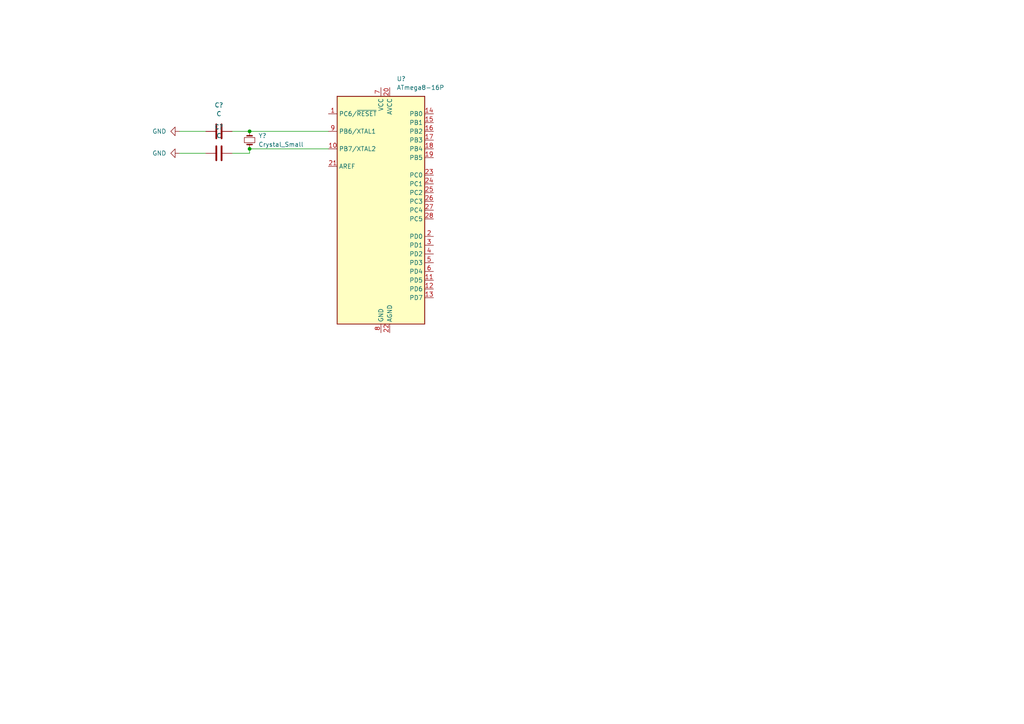
<source format=kicad_sch>
(kicad_sch (version 20211123) (generator eeschema)
  (paper "A4")
  (lib_symbols
    (symbol "Device:C" (pin_numbers hide) (pin_names (offset 0.254))
      (property "Reference" "C" (at 0.635 2.54 0))
      (property "Value" "C" (at 0.635 -2.54 0))
      (symbol "C_0_1"
        (polyline (pts (xy -2.032 -0.762) (xy 2.032 -0.762)) (stroke (width 0.508)))
        (polyline (pts (xy -2.032 0.762) (xy 2.032 0.762)) (stroke (width 0.508)))
      )
      (symbol "C_1_1"
        (pin passive line (at 0 3.81 270) (length 2.794) (name "~") (number "1"))
        (pin passive line (at 0 -3.81 90) (length 2.794) (name "~") (number "2"))
      )
    )
    (symbol "Device:Crystal_Small" (pin_numbers hide) (pin_names (offset 1.016) hide)
      (property "Reference" "Y" (at 0 2.54 0))
      (property "Value" "Crystal_Small" (at 0 -2.54 0))
      (symbol "Crystal_Small_0_1"
        (rectangle (start -0.762 -1.524) (end 0.762 1.524))
        (polyline (pts (xy -1.27 -0.762) (xy -1.27 0.762)) (stroke (width 0.381)))
        (polyline (pts (xy 1.27 -0.762) (xy 1.27 0.762)) (stroke (width 0.381)))
      )
      (symbol "Crystal_Small_1_1"
        (pin passive line (at -2.54 0 0) (length 1.27) (name "1") (number "1"))
        (pin passive line (at 2.54 0 180) (length 1.27) (name "2") (number "2"))
      )
    )
    (symbol "MCU_Microchip_ATmega:ATmega8-16P"
      (property "Reference" "U" (at -12.7 34.29 0))
      (property "Value" "ATmega8-16P" (at 5.08 -34.29 0))
      (symbol "ATmega8-16P_0_1"
        (rectangle (start -12.7 -33.02) (end 12.7 33.02) (stroke (width 0.254)) (fill (type background)))
      )
      (symbol "ATmega8-16P_1_1"
        (pin bidirectional line (at -15.24 27.94 0) (length 2.54) (name "PC6/~{RESET}") (number "1"))
        (pin bidirectional line (at -15.24 17.78 0) (length 2.54) (name "PB7/XTAL2") (number "10"))
        (pin bidirectional line (at 15.24 -20.32 180) (length 2.54) (name "PD5") (number "11"))
        (pin bidirectional line (at 15.24 -22.86 180) (length 2.54) (name "PD6") (number "12"))
        (pin bidirectional line (at 15.24 -25.4 180) (length 2.54) (name "PD7") (number "13"))
        (pin bidirectional line (at 15.24 27.94 180) (length 2.54) (name "PB0") (number "14"))
        (pin bidirectional line (at 15.24 25.4 180) (length 2.54) (name "PB1") (number "15"))
        (pin bidirectional line (at 15.24 22.86 180) (length 2.54) (name "PB2") (number "16"))
        (pin bidirectional line (at 15.24 20.32 180) (length 2.54) (name "PB3") (number "17"))
        (pin bidirectional line (at 15.24 17.78 180) (length 2.54) (name "PB4") (number "18"))
        (pin bidirectional line (at 15.24 15.24 180) (length 2.54) (name "PB5") (number "19"))
        (pin bidirectional line (at 15.24 -7.62 180) (length 2.54) (name "PD0") (number "2"))
        (pin power_in line (at 2.54 35.56 270) (length 2.54) (name "AVCC") (number "20"))
        (pin passive line (at -15.24 12.7 0) (length 2.54) (name "AREF") (number "21"))
        (pin power_in line (at 2.54 -35.56 90) (length 2.54) (name "AGND") (number "22"))
        (pin bidirectional line (at 15.24 10.16 180) (length 2.54) (name "PC0") (number "23"))
        (pin bidirectional line (at 15.24 7.62 180) (length 2.54) (name "PC1") (number "24"))
        (pin bidirectional line (at 15.24 5.08 180) (length 2.54) (name "PC2") (number "25"))
        (pin bidirectional line (at 15.24 2.54 180) (length 2.54) (name "PC3") (number "26"))
        (pin bidirectional line (at 15.24 0 180) (length 2.54) (name "PC4") (number "27"))
        (pin bidirectional line (at 15.24 -2.54 180) (length 2.54) (name "PC5") (number "28"))
        (pin bidirectional line (at 15.24 -10.16 180) (length 2.54) (name "PD1") (number "3"))
        (pin bidirectional line (at 15.24 -12.7 180) (length 2.54) (name "PD2") (number "4"))
        (pin bidirectional line (at 15.24 -15.24 180) (length 2.54) (name "PD3") (number "5"))
        (pin bidirectional line (at 15.24 -17.78 180) (length 2.54) (name "PD4") (number "6"))
        (pin power_in line (at 0 35.56 270) (length 2.54) (name "VCC") (number "7"))
        (pin power_in line (at 0 -35.56 90) (length 2.54) (name "GND") (number "8"))
        (pin bidirectional line (at -15.24 22.86 0) (length 2.54) (name "PB6/XTAL1") (number "9"))
      )
    )
    (symbol "power:GND" (power) (pin_names (offset 0))
      (property "Value" "GND" (at 0 -3.81 0))
      (symbol "GND_0_1"
        (polyline (pts (xy 0 0) (xy 0 -1.27) (xy 1.27 -1.27) (xy 0 -2.54) (xy -1.27 -1.27) (xy 0 -1.27)))
      )
      (symbol "GND_1_1"
        (pin power_in line (at 0 0 270) (length 0) hide (name "GND") (number "1"))
      )
    )
  )
  (junction (at 72.39 43.18))
  (junction (at 72.39 38.1))
  (wire (pts (xy 72.39 43.18) (xy 95.25 43.18)))
  (wire (pts (xy 72.39 43.18) (xy 72.39 44.45)))
  (wire (pts (xy 95.25 38.1) (xy 72.39 38.1)))
  (wire (pts (xy 52.07 44.45) (xy 59.69 44.45)))
  (wire (pts (xy 67.31 38.1) (xy 72.39 38.1)))
  (wire (pts (xy 52.07 38.1) (xy 59.69 38.1)))
  (wire (pts (xy 67.31 44.45) (xy 72.39 44.45)))
  (symbol (lib_id "power:GND") (at 52.07 38.1 270) (unit 1)
    (property "Reference" "#PWR?" (effects hide))
    (property "Value" "GND" (at 48.26 38.0999 90) (effects (justify right)))
  )
  (symbol (lib_id "power:GND") (at 52.07 44.45 270) (unit 1)
    (property "Reference" "#PWR?" (effects hide))
    (property "Value" "GND" (at 48.26 44.4499 90) (effects (justify right)))
  )
  (symbol (lib_id "Device:Crystal_Small") (at 72.39 40.64 90) (unit 1)
    (property "Reference" "Y?" (at 74.93 39.3699 90) (effects (justify right)))
    (property "Value" "Crystal_Small" (at 74.93 41.9099 90) (effects (justify right)))
    (property "Footprint" "Crystal:Crystal_AT310_D3.0mm_L10.0mm_Horizontal" (effects hide))
  )
  (symbol (lib_id "Device:C") (at 63.5 44.45 270) (unit 1)
    (property "Reference" "C?" (at 63.5 36.83 90))
    (property "Value" "C" (at 63.5 39.37 90))
  )
  (symbol (lib_id "MCU_Microchip_ATmega:ATmega8-16P") (at 110.49 60.96 0) (unit 1)
    (property "Reference" "U?" (at 115.0494 22.86 0) (effects (justify left)))
    (property "Value" "ATmega8-16P" (at 115.0494 25.4 0) (effects (justify left)))
    (property "Footprint" "Package_DIP:DIP-28_W7.62mm" (effects hide))
    (property "Datasheet" "http://ww1.microchip.com/downloads/en/DeviceDoc/atmel-2486-8-bit-avr-microcontroller-atmega8_l_datasheet.pdf" (effects hide))
  )
  (symbol (lib_id "Device:C") (at 63.5 38.1 270) (unit 1)
    (property "Reference" "C?" (at 63.5 30.48 90))
    (property "Value" "C" (at 63.5 33.02 90))
    (property "Footprint" "Capacitor_SMD:C_0603_1608Metric" (effects hide))
  )
)
</source>
